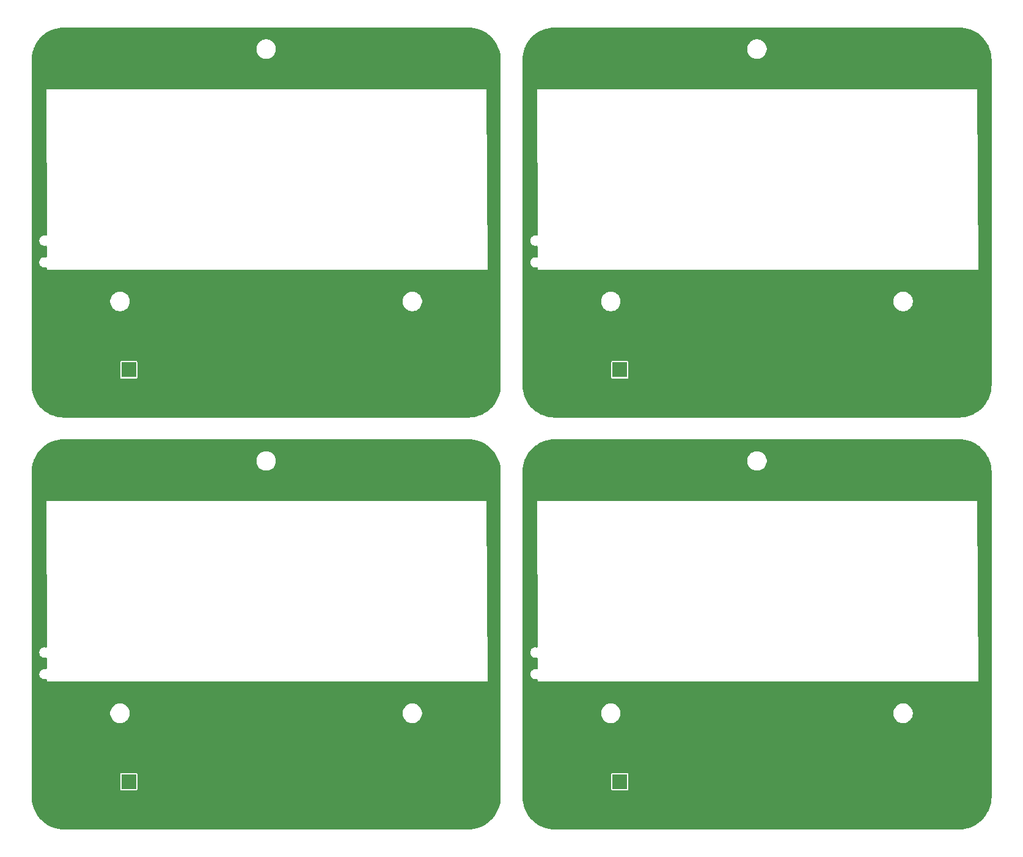
<source format=gbl>
G04 #@! TF.GenerationSoftware,KiCad,Pcbnew,8.0.3-8.0.3-0~ubuntu24.04.1*
G04 #@! TF.CreationDate,2024-07-21T14:04:27+02:00*
G04 #@! TF.ProjectId,panel,70616e65-6c2e-46b6-9963-61645f706362,rev?*
G04 #@! TF.SameCoordinates,Original*
G04 #@! TF.FileFunction,Copper,L2,Bot*
G04 #@! TF.FilePolarity,Positive*
%FSLAX46Y46*%
G04 Gerber Fmt 4.6, Leading zero omitted, Abs format (unit mm)*
G04 Created by KiCad (PCBNEW 8.0.3-8.0.3-0~ubuntu24.04.1) date 2024-07-21 14:04:27*
%MOMM*%
%LPD*%
G01*
G04 APERTURE LIST*
G04 #@! TA.AperFunction,ComponentPad*
%ADD10R,2.000000X2.000000*%
G04 #@! TD*
G04 #@! TA.AperFunction,ComponentPad*
%ADD11C,2.000000*%
G04 #@! TD*
G04 APERTURE END LIST*
D10*
G04 #@! TO.P,BT1,1,+*
G04 #@! TO.N,Board_3-Net-(BT1-+)*
X81987500Y-104886433D03*
D11*
G04 #@! TO.P,BT1,2,-*
G04 #@! TO.N,Board_3-Net-(BT1--)*
X126687500Y-104886433D03*
G04 #@! TD*
D10*
G04 #@! TO.P,BT1,1,+*
G04 #@! TO.N,Board_0-Net-(BT1-+)*
X13987500Y-47886433D03*
D11*
G04 #@! TO.P,BT1,2,-*
G04 #@! TO.N,Board_0-Net-(BT1--)*
X58687500Y-47886433D03*
G04 #@! TD*
D10*
G04 #@! TO.P,BT1,1,+*
G04 #@! TO.N,Board_2-Net-(BT1-+)*
X13987500Y-104886433D03*
D11*
G04 #@! TO.P,BT1,2,-*
G04 #@! TO.N,Board_2-Net-(BT1--)*
X58687500Y-104886433D03*
G04 #@! TD*
D10*
G04 #@! TO.P,BT1,1,+*
G04 #@! TO.N,Board_1-Net-(BT1-+)*
X81987500Y-47886433D03*
D11*
G04 #@! TO.P,BT1,2,-*
G04 #@! TO.N,Board_1-Net-(BT1--)*
X126687500Y-47886433D03*
G04 #@! TD*
G04 #@! TA.AperFunction,Conductor*
G04 #@! TO.N,Board_1-Net-(BT1--)*
G36*
X129002702Y-500617D02*
G01*
X129386771Y-517386D01*
X129397506Y-518326D01*
X129775971Y-568152D01*
X129786597Y-570025D01*
X130159284Y-652648D01*
X130169710Y-655442D01*
X130533765Y-770227D01*
X130543911Y-773920D01*
X130896578Y-920000D01*
X130906369Y-924566D01*
X131244942Y-1100816D01*
X131254310Y-1106224D01*
X131576244Y-1311318D01*
X131585105Y-1317523D01*
X131887930Y-1549889D01*
X131896217Y-1556843D01*
X132177635Y-1814715D01*
X132185284Y-1822364D01*
X132443156Y-2103782D01*
X132450110Y-2112069D01*
X132682476Y-2414894D01*
X132688681Y-2423755D01*
X132893775Y-2745689D01*
X132899183Y-2755057D01*
X133075430Y-3093623D01*
X133080002Y-3103427D01*
X133226075Y-3456078D01*
X133229775Y-3466244D01*
X133344554Y-3830278D01*
X133347354Y-3840727D01*
X133429971Y-4213389D01*
X133431849Y-4224042D01*
X133481671Y-4602473D01*
X133482614Y-4613249D01*
X133499382Y-4997297D01*
X133499500Y-5002706D01*
X133499500Y-49997293D01*
X133499382Y-50002702D01*
X133482614Y-50386750D01*
X133481671Y-50397526D01*
X133431849Y-50775957D01*
X133429971Y-50786610D01*
X133347354Y-51159272D01*
X133344554Y-51169721D01*
X133229775Y-51533755D01*
X133226075Y-51543921D01*
X133080002Y-51896572D01*
X133075430Y-51906376D01*
X132899183Y-52244942D01*
X132893775Y-52254310D01*
X132688681Y-52576244D01*
X132682476Y-52585105D01*
X132450110Y-52887930D01*
X132443156Y-52896217D01*
X132185284Y-53177635D01*
X132177635Y-53185284D01*
X131896217Y-53443156D01*
X131887930Y-53450110D01*
X131585105Y-53682476D01*
X131576244Y-53688681D01*
X131254310Y-53893775D01*
X131244942Y-53899183D01*
X130906376Y-54075430D01*
X130896572Y-54080002D01*
X130543921Y-54226075D01*
X130533755Y-54229775D01*
X130169721Y-54344554D01*
X130159272Y-54347354D01*
X129786610Y-54429971D01*
X129775957Y-54431849D01*
X129397526Y-54481671D01*
X129386750Y-54482614D01*
X129002703Y-54499382D01*
X128997294Y-54499500D01*
X73002706Y-54499500D01*
X72997297Y-54499382D01*
X72613249Y-54482614D01*
X72602473Y-54481671D01*
X72224042Y-54431849D01*
X72213389Y-54429971D01*
X71840727Y-54347354D01*
X71830278Y-54344554D01*
X71466244Y-54229775D01*
X71456078Y-54226075D01*
X71103427Y-54080002D01*
X71093623Y-54075430D01*
X70755057Y-53899183D01*
X70745689Y-53893775D01*
X70423755Y-53688681D01*
X70414894Y-53682476D01*
X70112069Y-53450110D01*
X70103782Y-53443156D01*
X69822364Y-53185284D01*
X69814715Y-53177635D01*
X69556843Y-52896217D01*
X69549889Y-52887930D01*
X69317523Y-52585105D01*
X69311318Y-52576244D01*
X69106224Y-52254310D01*
X69100816Y-52244942D01*
X68924569Y-51906376D01*
X68919997Y-51896572D01*
X68773924Y-51543921D01*
X68770224Y-51533755D01*
X68655442Y-51169710D01*
X68652648Y-51159284D01*
X68570025Y-50786597D01*
X68568152Y-50775971D01*
X68518326Y-50397506D01*
X68517386Y-50386771D01*
X68500618Y-50002702D01*
X68500500Y-49997293D01*
X68500500Y-46866680D01*
X80787000Y-46866680D01*
X80787000Y-48906185D01*
X80798631Y-48964662D01*
X80798632Y-48964663D01*
X80842947Y-49030985D01*
X80909269Y-49075300D01*
X80909270Y-49075301D01*
X80967747Y-49086932D01*
X80967750Y-49086933D01*
X80967752Y-49086933D01*
X83007250Y-49086933D01*
X83007251Y-49086932D01*
X83022068Y-49083985D01*
X83065729Y-49075301D01*
X83065729Y-49075300D01*
X83065731Y-49075300D01*
X83132052Y-49030985D01*
X83176367Y-48964664D01*
X83176367Y-48964662D01*
X83176368Y-48964662D01*
X83187999Y-48906185D01*
X83188000Y-48906183D01*
X83188000Y-46866682D01*
X83187999Y-46866680D01*
X83176368Y-46808203D01*
X83176367Y-46808202D01*
X83132052Y-46741880D01*
X83065730Y-46697565D01*
X83065729Y-46697564D01*
X83007252Y-46685933D01*
X83007248Y-46685933D01*
X80967752Y-46685933D01*
X80967747Y-46685933D01*
X80909270Y-46697564D01*
X80909269Y-46697565D01*
X80842947Y-46741880D01*
X80798632Y-46808202D01*
X80798631Y-46808203D01*
X80787000Y-46866680D01*
X68500500Y-46866680D01*
X68500500Y-38318713D01*
X79399500Y-38318713D01*
X79399500Y-38531286D01*
X79432753Y-38741239D01*
X79498444Y-38943414D01*
X79594951Y-39132820D01*
X79719890Y-39304786D01*
X79870213Y-39455109D01*
X80042179Y-39580048D01*
X80042181Y-39580049D01*
X80042184Y-39580051D01*
X80231588Y-39676557D01*
X80433757Y-39742246D01*
X80643713Y-39775500D01*
X80643714Y-39775500D01*
X80856286Y-39775500D01*
X80856287Y-39775500D01*
X81066243Y-39742246D01*
X81268412Y-39676557D01*
X81457816Y-39580051D01*
X81479789Y-39564086D01*
X81629786Y-39455109D01*
X81629788Y-39455106D01*
X81629792Y-39455104D01*
X81780104Y-39304792D01*
X81780106Y-39304788D01*
X81780109Y-39304786D01*
X81905048Y-39132820D01*
X81905047Y-39132820D01*
X81905051Y-39132816D01*
X82001557Y-38943412D01*
X82067246Y-38741243D01*
X82100500Y-38531287D01*
X82100500Y-38318713D01*
X119899500Y-38318713D01*
X119899500Y-38531286D01*
X119932753Y-38741239D01*
X119998444Y-38943414D01*
X120094951Y-39132820D01*
X120219890Y-39304786D01*
X120370213Y-39455109D01*
X120542179Y-39580048D01*
X120542181Y-39580049D01*
X120542184Y-39580051D01*
X120731588Y-39676557D01*
X120933757Y-39742246D01*
X121143713Y-39775500D01*
X121143714Y-39775500D01*
X121356286Y-39775500D01*
X121356287Y-39775500D01*
X121566243Y-39742246D01*
X121768412Y-39676557D01*
X121957816Y-39580051D01*
X121979789Y-39564086D01*
X122129786Y-39455109D01*
X122129788Y-39455106D01*
X122129792Y-39455104D01*
X122280104Y-39304792D01*
X122280106Y-39304788D01*
X122280109Y-39304786D01*
X122405048Y-39132820D01*
X122405047Y-39132820D01*
X122405051Y-39132816D01*
X122501557Y-38943412D01*
X122567246Y-38741243D01*
X122600500Y-38531287D01*
X122600500Y-38318713D01*
X122567246Y-38108757D01*
X122501557Y-37906588D01*
X122405051Y-37717184D01*
X122405049Y-37717181D01*
X122405048Y-37717179D01*
X122280109Y-37545213D01*
X122129786Y-37394890D01*
X121957820Y-37269951D01*
X121768414Y-37173444D01*
X121768413Y-37173443D01*
X121768412Y-37173443D01*
X121566243Y-37107754D01*
X121566241Y-37107753D01*
X121566240Y-37107753D01*
X121404957Y-37082208D01*
X121356287Y-37074500D01*
X121143713Y-37074500D01*
X121095042Y-37082208D01*
X120933760Y-37107753D01*
X120731585Y-37173444D01*
X120542179Y-37269951D01*
X120370213Y-37394890D01*
X120219890Y-37545213D01*
X120094951Y-37717179D01*
X119998444Y-37906585D01*
X119932753Y-38108760D01*
X119899500Y-38318713D01*
X82100500Y-38318713D01*
X82067246Y-38108757D01*
X82001557Y-37906588D01*
X81905051Y-37717184D01*
X81905049Y-37717181D01*
X81905048Y-37717179D01*
X81780109Y-37545213D01*
X81629786Y-37394890D01*
X81457820Y-37269951D01*
X81268414Y-37173444D01*
X81268413Y-37173443D01*
X81268412Y-37173443D01*
X81066243Y-37107754D01*
X81066241Y-37107753D01*
X81066240Y-37107753D01*
X80904957Y-37082208D01*
X80856287Y-37074500D01*
X80643713Y-37074500D01*
X80595042Y-37082208D01*
X80433760Y-37107753D01*
X80231585Y-37173444D01*
X80042179Y-37269951D01*
X79870213Y-37394890D01*
X79719890Y-37545213D01*
X79594951Y-37717179D01*
X79498444Y-37906585D01*
X79432753Y-38108760D01*
X79399500Y-38318713D01*
X68500500Y-38318713D01*
X68500500Y-30080428D01*
X69581999Y-30080428D01*
X69608918Y-30215755D01*
X69608921Y-30215765D01*
X69661721Y-30343237D01*
X69661728Y-30343250D01*
X69738385Y-30457974D01*
X69738388Y-30457978D01*
X69835954Y-30555544D01*
X69835958Y-30555547D01*
X69950682Y-30632204D01*
X69950695Y-30632211D01*
X70078167Y-30685011D01*
X70078172Y-30685013D01*
X70078176Y-30685013D01*
X70078177Y-30685014D01*
X70213504Y-30711933D01*
X70213507Y-30711933D01*
X70351495Y-30711933D01*
X70463838Y-30689586D01*
X70533430Y-30695813D01*
X70588607Y-30738676D01*
X70611852Y-30804565D01*
X70612029Y-30810706D01*
X70617641Y-32212281D01*
X70598225Y-32279399D01*
X70545605Y-32325365D01*
X70476487Y-32335586D01*
X70469451Y-32334395D01*
X70351497Y-32310933D01*
X70351493Y-32310933D01*
X70213507Y-32310933D01*
X70213505Y-32310933D01*
X70078177Y-32337851D01*
X70078167Y-32337854D01*
X69950695Y-32390654D01*
X69950682Y-32390661D01*
X69835958Y-32467318D01*
X69835954Y-32467321D01*
X69738388Y-32564887D01*
X69738385Y-32564891D01*
X69661728Y-32679615D01*
X69661721Y-32679628D01*
X69608921Y-32807100D01*
X69608918Y-32807110D01*
X69582000Y-32942437D01*
X69582000Y-32942440D01*
X69582000Y-33080426D01*
X69582000Y-33080428D01*
X69581999Y-33080428D01*
X69608918Y-33215755D01*
X69608921Y-33215765D01*
X69661721Y-33343237D01*
X69661728Y-33343250D01*
X69738385Y-33457974D01*
X69738388Y-33457978D01*
X69835954Y-33555544D01*
X69835958Y-33555547D01*
X69950682Y-33632204D01*
X69950695Y-33632211D01*
X70078167Y-33685011D01*
X70078172Y-33685013D01*
X70078176Y-33685013D01*
X70078177Y-33685014D01*
X70213504Y-33711933D01*
X70213507Y-33711933D01*
X70351494Y-33711933D01*
X70388693Y-33704533D01*
X70475842Y-33687198D01*
X70545432Y-33693425D01*
X70600610Y-33736287D01*
X70623855Y-33802177D01*
X70624032Y-33808318D01*
X70624999Y-34049998D01*
X70625000Y-34050000D01*
X70625001Y-34050000D01*
X131650000Y-34050000D01*
X131525000Y-9075000D01*
X70525000Y-9075000D01*
X70605619Y-29209891D01*
X70586203Y-29277008D01*
X70533583Y-29322974D01*
X70464465Y-29333195D01*
X70457429Y-29332004D01*
X70351497Y-29310933D01*
X70351493Y-29310933D01*
X70213507Y-29310933D01*
X70213505Y-29310933D01*
X70078177Y-29337851D01*
X70078167Y-29337854D01*
X69950695Y-29390654D01*
X69950682Y-29390661D01*
X69835958Y-29467318D01*
X69835954Y-29467321D01*
X69738388Y-29564887D01*
X69738385Y-29564891D01*
X69661728Y-29679615D01*
X69661721Y-29679628D01*
X69608921Y-29807100D01*
X69608918Y-29807110D01*
X69582000Y-29942437D01*
X69582000Y-29942440D01*
X69582000Y-30080426D01*
X69582000Y-30080428D01*
X69581999Y-30080428D01*
X68500500Y-30080428D01*
X68500500Y-5002706D01*
X68500618Y-4997297D01*
X68508479Y-4817246D01*
X68517386Y-4613226D01*
X68518326Y-4602495D01*
X68568152Y-4224025D01*
X68570025Y-4213405D01*
X68652649Y-3840709D01*
X68655440Y-3830295D01*
X68770230Y-3466227D01*
X68773917Y-3456095D01*
X68799756Y-3393713D01*
X99649500Y-3393713D01*
X99649500Y-3606287D01*
X99682754Y-3816243D01*
X99700301Y-3870248D01*
X99748444Y-4018414D01*
X99844951Y-4207820D01*
X99969890Y-4379786D01*
X100120213Y-4530109D01*
X100292179Y-4655048D01*
X100292181Y-4655049D01*
X100292184Y-4655051D01*
X100481588Y-4751557D01*
X100683757Y-4817246D01*
X100893713Y-4850500D01*
X100893714Y-4850500D01*
X101106286Y-4850500D01*
X101106287Y-4850500D01*
X101316243Y-4817246D01*
X101518412Y-4751557D01*
X101707816Y-4655051D01*
X101780184Y-4602473D01*
X101879786Y-4530109D01*
X101879788Y-4530106D01*
X101879792Y-4530104D01*
X102030104Y-4379792D01*
X102030106Y-4379788D01*
X102030109Y-4379786D01*
X102155048Y-4207820D01*
X102155047Y-4207820D01*
X102155051Y-4207816D01*
X102251557Y-4018412D01*
X102317246Y-3816243D01*
X102350500Y-3606287D01*
X102350500Y-3393713D01*
X102317246Y-3183757D01*
X102251557Y-2981588D01*
X102155051Y-2792184D01*
X102155049Y-2792181D01*
X102155048Y-2792179D01*
X102030109Y-2620213D01*
X101879786Y-2469890D01*
X101707820Y-2344951D01*
X101518414Y-2248444D01*
X101518413Y-2248443D01*
X101518412Y-2248443D01*
X101316243Y-2182754D01*
X101316241Y-2182753D01*
X101316240Y-2182753D01*
X101154957Y-2157208D01*
X101106287Y-2149500D01*
X100893713Y-2149500D01*
X100845042Y-2157208D01*
X100683760Y-2182753D01*
X100481585Y-2248444D01*
X100292179Y-2344951D01*
X100120213Y-2469890D01*
X99969890Y-2620213D01*
X99844951Y-2792179D01*
X99748444Y-2981585D01*
X99682753Y-3183760D01*
X99649500Y-3393713D01*
X68799756Y-3393713D01*
X68920003Y-3103412D01*
X68924561Y-3093638D01*
X69100822Y-2755045D01*
X69106217Y-2745700D01*
X69311325Y-2423744D01*
X69317515Y-2414905D01*
X69549896Y-2112060D01*
X69556834Y-2103791D01*
X69814726Y-1822352D01*
X69822352Y-1814726D01*
X70103791Y-1556834D01*
X70112060Y-1549896D01*
X70414905Y-1317515D01*
X70423744Y-1311325D01*
X70745700Y-1106217D01*
X70755045Y-1100822D01*
X71093638Y-924561D01*
X71103412Y-920003D01*
X71456095Y-773917D01*
X71466227Y-770230D01*
X71830295Y-655440D01*
X71840709Y-652649D01*
X72213405Y-570025D01*
X72224025Y-568152D01*
X72602495Y-518326D01*
X72613226Y-517386D01*
X72997297Y-500617D01*
X73002706Y-500500D01*
X73065892Y-500500D01*
X128934108Y-500500D01*
X128997294Y-500500D01*
X129002702Y-500617D01*
G37*
G04 #@! TD.AperFunction*
G04 #@! TD*
G04 #@! TA.AperFunction,Conductor*
G04 #@! TO.N,Board_3-Net-(BT1--)*
G36*
X129002702Y-57500617D02*
G01*
X129386771Y-57517386D01*
X129397506Y-57518326D01*
X129775971Y-57568152D01*
X129786597Y-57570025D01*
X130159284Y-57652648D01*
X130169710Y-57655442D01*
X130533765Y-57770227D01*
X130543911Y-57773920D01*
X130896578Y-57920000D01*
X130906369Y-57924566D01*
X131244942Y-58100816D01*
X131254310Y-58106224D01*
X131576244Y-58311318D01*
X131585105Y-58317523D01*
X131887930Y-58549889D01*
X131896217Y-58556843D01*
X132177635Y-58814715D01*
X132185284Y-58822364D01*
X132443156Y-59103782D01*
X132450110Y-59112069D01*
X132682476Y-59414894D01*
X132688681Y-59423755D01*
X132893775Y-59745689D01*
X132899183Y-59755057D01*
X133075430Y-60093623D01*
X133080002Y-60103427D01*
X133226075Y-60456078D01*
X133229775Y-60466244D01*
X133344554Y-60830278D01*
X133347354Y-60840727D01*
X133429971Y-61213389D01*
X133431849Y-61224042D01*
X133481671Y-61602473D01*
X133482614Y-61613249D01*
X133499382Y-61997297D01*
X133499500Y-62002706D01*
X133499500Y-106997293D01*
X133499382Y-107002702D01*
X133482614Y-107386750D01*
X133481671Y-107397526D01*
X133431849Y-107775957D01*
X133429971Y-107786610D01*
X133347354Y-108159272D01*
X133344554Y-108169721D01*
X133229775Y-108533755D01*
X133226075Y-108543921D01*
X133080002Y-108896572D01*
X133075430Y-108906376D01*
X132899183Y-109244942D01*
X132893775Y-109254310D01*
X132688681Y-109576244D01*
X132682476Y-109585105D01*
X132450110Y-109887930D01*
X132443156Y-109896217D01*
X132185284Y-110177635D01*
X132177635Y-110185284D01*
X131896217Y-110443156D01*
X131887930Y-110450110D01*
X131585105Y-110682476D01*
X131576244Y-110688681D01*
X131254310Y-110893775D01*
X131244942Y-110899183D01*
X130906376Y-111075430D01*
X130896572Y-111080002D01*
X130543921Y-111226075D01*
X130533755Y-111229775D01*
X130169721Y-111344554D01*
X130159272Y-111347354D01*
X129786610Y-111429971D01*
X129775957Y-111431849D01*
X129397526Y-111481671D01*
X129386750Y-111482614D01*
X129002703Y-111499382D01*
X128997294Y-111499500D01*
X73002706Y-111499500D01*
X72997297Y-111499382D01*
X72613249Y-111482614D01*
X72602473Y-111481671D01*
X72224042Y-111431849D01*
X72213389Y-111429971D01*
X71840727Y-111347354D01*
X71830278Y-111344554D01*
X71466244Y-111229775D01*
X71456078Y-111226075D01*
X71103427Y-111080002D01*
X71093623Y-111075430D01*
X70755057Y-110899183D01*
X70745689Y-110893775D01*
X70423755Y-110688681D01*
X70414894Y-110682476D01*
X70112069Y-110450110D01*
X70103782Y-110443156D01*
X69822364Y-110185284D01*
X69814715Y-110177635D01*
X69556843Y-109896217D01*
X69549889Y-109887930D01*
X69317523Y-109585105D01*
X69311318Y-109576244D01*
X69106224Y-109254310D01*
X69100816Y-109244942D01*
X68924569Y-108906376D01*
X68919997Y-108896572D01*
X68773924Y-108543921D01*
X68770224Y-108533755D01*
X68655442Y-108169710D01*
X68652648Y-108159284D01*
X68570025Y-107786597D01*
X68568152Y-107775971D01*
X68518326Y-107397506D01*
X68517386Y-107386771D01*
X68500618Y-107002702D01*
X68500500Y-106997293D01*
X68500500Y-103866680D01*
X80787000Y-103866680D01*
X80787000Y-105906185D01*
X80798631Y-105964662D01*
X80798632Y-105964663D01*
X80842947Y-106030985D01*
X80909269Y-106075300D01*
X80909270Y-106075301D01*
X80967747Y-106086932D01*
X80967750Y-106086933D01*
X80967752Y-106086933D01*
X83007250Y-106086933D01*
X83007251Y-106086932D01*
X83022068Y-106083985D01*
X83065729Y-106075301D01*
X83065729Y-106075300D01*
X83065731Y-106075300D01*
X83132052Y-106030985D01*
X83176367Y-105964664D01*
X83176367Y-105964662D01*
X83176368Y-105964662D01*
X83187999Y-105906185D01*
X83188000Y-105906183D01*
X83188000Y-103866682D01*
X83187999Y-103866680D01*
X83176368Y-103808203D01*
X83176367Y-103808202D01*
X83132052Y-103741880D01*
X83065730Y-103697565D01*
X83065729Y-103697564D01*
X83007252Y-103685933D01*
X83007248Y-103685933D01*
X80967752Y-103685933D01*
X80967747Y-103685933D01*
X80909270Y-103697564D01*
X80909269Y-103697565D01*
X80842947Y-103741880D01*
X80798632Y-103808202D01*
X80798631Y-103808203D01*
X80787000Y-103866680D01*
X68500500Y-103866680D01*
X68500500Y-95318713D01*
X79399500Y-95318713D01*
X79399500Y-95531286D01*
X79432753Y-95741239D01*
X79498444Y-95943414D01*
X79594951Y-96132820D01*
X79719890Y-96304786D01*
X79870213Y-96455109D01*
X80042179Y-96580048D01*
X80042181Y-96580049D01*
X80042184Y-96580051D01*
X80231588Y-96676557D01*
X80433757Y-96742246D01*
X80643713Y-96775500D01*
X80643714Y-96775500D01*
X80856286Y-96775500D01*
X80856287Y-96775500D01*
X81066243Y-96742246D01*
X81268412Y-96676557D01*
X81457816Y-96580051D01*
X81479789Y-96564086D01*
X81629786Y-96455109D01*
X81629788Y-96455106D01*
X81629792Y-96455104D01*
X81780104Y-96304792D01*
X81780106Y-96304788D01*
X81780109Y-96304786D01*
X81905048Y-96132820D01*
X81905047Y-96132820D01*
X81905051Y-96132816D01*
X82001557Y-95943412D01*
X82067246Y-95741243D01*
X82100500Y-95531287D01*
X82100500Y-95318713D01*
X119899500Y-95318713D01*
X119899500Y-95531286D01*
X119932753Y-95741239D01*
X119998444Y-95943414D01*
X120094951Y-96132820D01*
X120219890Y-96304786D01*
X120370213Y-96455109D01*
X120542179Y-96580048D01*
X120542181Y-96580049D01*
X120542184Y-96580051D01*
X120731588Y-96676557D01*
X120933757Y-96742246D01*
X121143713Y-96775500D01*
X121143714Y-96775500D01*
X121356286Y-96775500D01*
X121356287Y-96775500D01*
X121566243Y-96742246D01*
X121768412Y-96676557D01*
X121957816Y-96580051D01*
X121979789Y-96564086D01*
X122129786Y-96455109D01*
X122129788Y-96455106D01*
X122129792Y-96455104D01*
X122280104Y-96304792D01*
X122280106Y-96304788D01*
X122280109Y-96304786D01*
X122405048Y-96132820D01*
X122405047Y-96132820D01*
X122405051Y-96132816D01*
X122501557Y-95943412D01*
X122567246Y-95741243D01*
X122600500Y-95531287D01*
X122600500Y-95318713D01*
X122567246Y-95108757D01*
X122501557Y-94906588D01*
X122405051Y-94717184D01*
X122405049Y-94717181D01*
X122405048Y-94717179D01*
X122280109Y-94545213D01*
X122129786Y-94394890D01*
X121957820Y-94269951D01*
X121768414Y-94173444D01*
X121768413Y-94173443D01*
X121768412Y-94173443D01*
X121566243Y-94107754D01*
X121566241Y-94107753D01*
X121566240Y-94107753D01*
X121404957Y-94082208D01*
X121356287Y-94074500D01*
X121143713Y-94074500D01*
X121095042Y-94082208D01*
X120933760Y-94107753D01*
X120731585Y-94173444D01*
X120542179Y-94269951D01*
X120370213Y-94394890D01*
X120219890Y-94545213D01*
X120094951Y-94717179D01*
X119998444Y-94906585D01*
X119932753Y-95108760D01*
X119899500Y-95318713D01*
X82100500Y-95318713D01*
X82067246Y-95108757D01*
X82001557Y-94906588D01*
X81905051Y-94717184D01*
X81905049Y-94717181D01*
X81905048Y-94717179D01*
X81780109Y-94545213D01*
X81629786Y-94394890D01*
X81457820Y-94269951D01*
X81268414Y-94173444D01*
X81268413Y-94173443D01*
X81268412Y-94173443D01*
X81066243Y-94107754D01*
X81066241Y-94107753D01*
X81066240Y-94107753D01*
X80904957Y-94082208D01*
X80856287Y-94074500D01*
X80643713Y-94074500D01*
X80595042Y-94082208D01*
X80433760Y-94107753D01*
X80231585Y-94173444D01*
X80042179Y-94269951D01*
X79870213Y-94394890D01*
X79719890Y-94545213D01*
X79594951Y-94717179D01*
X79498444Y-94906585D01*
X79432753Y-95108760D01*
X79399500Y-95318713D01*
X68500500Y-95318713D01*
X68500500Y-87080428D01*
X69581999Y-87080428D01*
X69608918Y-87215755D01*
X69608921Y-87215765D01*
X69661721Y-87343237D01*
X69661728Y-87343250D01*
X69738385Y-87457974D01*
X69738388Y-87457978D01*
X69835954Y-87555544D01*
X69835958Y-87555547D01*
X69950682Y-87632204D01*
X69950695Y-87632211D01*
X70078167Y-87685011D01*
X70078172Y-87685013D01*
X70078176Y-87685013D01*
X70078177Y-87685014D01*
X70213504Y-87711933D01*
X70213507Y-87711933D01*
X70351495Y-87711933D01*
X70463838Y-87689586D01*
X70533430Y-87695813D01*
X70588607Y-87738676D01*
X70611852Y-87804565D01*
X70612029Y-87810706D01*
X70617641Y-89212281D01*
X70598225Y-89279399D01*
X70545605Y-89325365D01*
X70476487Y-89335586D01*
X70469451Y-89334395D01*
X70351497Y-89310933D01*
X70351493Y-89310933D01*
X70213507Y-89310933D01*
X70213505Y-89310933D01*
X70078177Y-89337851D01*
X70078167Y-89337854D01*
X69950695Y-89390654D01*
X69950682Y-89390661D01*
X69835958Y-89467318D01*
X69835954Y-89467321D01*
X69738388Y-89564887D01*
X69738385Y-89564891D01*
X69661728Y-89679615D01*
X69661721Y-89679628D01*
X69608921Y-89807100D01*
X69608918Y-89807110D01*
X69582000Y-89942437D01*
X69582000Y-89942440D01*
X69582000Y-90080426D01*
X69582000Y-90080428D01*
X69581999Y-90080428D01*
X69608918Y-90215755D01*
X69608921Y-90215765D01*
X69661721Y-90343237D01*
X69661728Y-90343250D01*
X69738385Y-90457974D01*
X69738388Y-90457978D01*
X69835954Y-90555544D01*
X69835958Y-90555547D01*
X69950682Y-90632204D01*
X69950695Y-90632211D01*
X70078167Y-90685011D01*
X70078172Y-90685013D01*
X70078176Y-90685013D01*
X70078177Y-90685014D01*
X70213504Y-90711933D01*
X70213507Y-90711933D01*
X70351494Y-90711933D01*
X70388693Y-90704533D01*
X70475842Y-90687198D01*
X70545432Y-90693425D01*
X70600610Y-90736287D01*
X70623855Y-90802177D01*
X70624032Y-90808318D01*
X70624999Y-91049998D01*
X70625000Y-91050000D01*
X70625001Y-91050000D01*
X131650000Y-91050000D01*
X131525000Y-66075000D01*
X70525000Y-66075000D01*
X70605619Y-86209891D01*
X70586203Y-86277008D01*
X70533583Y-86322974D01*
X70464465Y-86333195D01*
X70457429Y-86332004D01*
X70351497Y-86310933D01*
X70351493Y-86310933D01*
X70213507Y-86310933D01*
X70213505Y-86310933D01*
X70078177Y-86337851D01*
X70078167Y-86337854D01*
X69950695Y-86390654D01*
X69950682Y-86390661D01*
X69835958Y-86467318D01*
X69835954Y-86467321D01*
X69738388Y-86564887D01*
X69738385Y-86564891D01*
X69661728Y-86679615D01*
X69661721Y-86679628D01*
X69608921Y-86807100D01*
X69608918Y-86807110D01*
X69582000Y-86942437D01*
X69582000Y-86942440D01*
X69582000Y-87080426D01*
X69582000Y-87080428D01*
X69581999Y-87080428D01*
X68500500Y-87080428D01*
X68500500Y-62002706D01*
X68500618Y-61997297D01*
X68508479Y-61817246D01*
X68517386Y-61613226D01*
X68518326Y-61602495D01*
X68568152Y-61224025D01*
X68570025Y-61213405D01*
X68652649Y-60840709D01*
X68655440Y-60830295D01*
X68770230Y-60466227D01*
X68773917Y-60456095D01*
X68799756Y-60393713D01*
X99649500Y-60393713D01*
X99649500Y-60606287D01*
X99682754Y-60816243D01*
X99700301Y-60870248D01*
X99748444Y-61018414D01*
X99844951Y-61207820D01*
X99969890Y-61379786D01*
X100120213Y-61530109D01*
X100292179Y-61655048D01*
X100292181Y-61655049D01*
X100292184Y-61655051D01*
X100481588Y-61751557D01*
X100683757Y-61817246D01*
X100893713Y-61850500D01*
X100893714Y-61850500D01*
X101106286Y-61850500D01*
X101106287Y-61850500D01*
X101316243Y-61817246D01*
X101518412Y-61751557D01*
X101707816Y-61655051D01*
X101780184Y-61602473D01*
X101879786Y-61530109D01*
X101879788Y-61530106D01*
X101879792Y-61530104D01*
X102030104Y-61379792D01*
X102030106Y-61379788D01*
X102030109Y-61379786D01*
X102155048Y-61207820D01*
X102155047Y-61207820D01*
X102155051Y-61207816D01*
X102251557Y-61018412D01*
X102317246Y-60816243D01*
X102350500Y-60606287D01*
X102350500Y-60393713D01*
X102317246Y-60183757D01*
X102251557Y-59981588D01*
X102155051Y-59792184D01*
X102155049Y-59792181D01*
X102155048Y-59792179D01*
X102030109Y-59620213D01*
X101879786Y-59469890D01*
X101707820Y-59344951D01*
X101518414Y-59248444D01*
X101518413Y-59248443D01*
X101518412Y-59248443D01*
X101316243Y-59182754D01*
X101316241Y-59182753D01*
X101316240Y-59182753D01*
X101154957Y-59157208D01*
X101106287Y-59149500D01*
X100893713Y-59149500D01*
X100845042Y-59157208D01*
X100683760Y-59182753D01*
X100481585Y-59248444D01*
X100292179Y-59344951D01*
X100120213Y-59469890D01*
X99969890Y-59620213D01*
X99844951Y-59792179D01*
X99748444Y-59981585D01*
X99682753Y-60183760D01*
X99649500Y-60393713D01*
X68799756Y-60393713D01*
X68920003Y-60103412D01*
X68924561Y-60093638D01*
X69100822Y-59755045D01*
X69106217Y-59745700D01*
X69311325Y-59423744D01*
X69317515Y-59414905D01*
X69549896Y-59112060D01*
X69556834Y-59103791D01*
X69814726Y-58822352D01*
X69822352Y-58814726D01*
X70103791Y-58556834D01*
X70112060Y-58549896D01*
X70414905Y-58317515D01*
X70423744Y-58311325D01*
X70745700Y-58106217D01*
X70755045Y-58100822D01*
X71093638Y-57924561D01*
X71103412Y-57920003D01*
X71456095Y-57773917D01*
X71466227Y-57770230D01*
X71830295Y-57655440D01*
X71840709Y-57652649D01*
X72213405Y-57570025D01*
X72224025Y-57568152D01*
X72602495Y-57518326D01*
X72613226Y-57517386D01*
X72997297Y-57500617D01*
X73002706Y-57500500D01*
X73065892Y-57500500D01*
X128934108Y-57500500D01*
X128997294Y-57500500D01*
X129002702Y-57500617D01*
G37*
G04 #@! TD.AperFunction*
G04 #@! TD*
G04 #@! TA.AperFunction,Conductor*
G04 #@! TO.N,Board_2-Net-(BT1--)*
G36*
X61002702Y-57500617D02*
G01*
X61386771Y-57517386D01*
X61397506Y-57518326D01*
X61775971Y-57568152D01*
X61786597Y-57570025D01*
X62159284Y-57652648D01*
X62169710Y-57655442D01*
X62533765Y-57770227D01*
X62543911Y-57773920D01*
X62896578Y-57920000D01*
X62906369Y-57924566D01*
X63244942Y-58100816D01*
X63254310Y-58106224D01*
X63576244Y-58311318D01*
X63585105Y-58317523D01*
X63887930Y-58549889D01*
X63896217Y-58556843D01*
X64177635Y-58814715D01*
X64185284Y-58822364D01*
X64443156Y-59103782D01*
X64450110Y-59112069D01*
X64682476Y-59414894D01*
X64688681Y-59423755D01*
X64893775Y-59745689D01*
X64899183Y-59755057D01*
X65075430Y-60093623D01*
X65080002Y-60103427D01*
X65226075Y-60456078D01*
X65229775Y-60466244D01*
X65344554Y-60830278D01*
X65347354Y-60840727D01*
X65429971Y-61213389D01*
X65431849Y-61224042D01*
X65481671Y-61602473D01*
X65482614Y-61613249D01*
X65499382Y-61997297D01*
X65499500Y-62002706D01*
X65499500Y-106997293D01*
X65499382Y-107002702D01*
X65482614Y-107386750D01*
X65481671Y-107397526D01*
X65431849Y-107775957D01*
X65429971Y-107786610D01*
X65347354Y-108159272D01*
X65344554Y-108169721D01*
X65229775Y-108533755D01*
X65226075Y-108543921D01*
X65080002Y-108896572D01*
X65075430Y-108906376D01*
X64899183Y-109244942D01*
X64893775Y-109254310D01*
X64688681Y-109576244D01*
X64682476Y-109585105D01*
X64450110Y-109887930D01*
X64443156Y-109896217D01*
X64185284Y-110177635D01*
X64177635Y-110185284D01*
X63896217Y-110443156D01*
X63887930Y-110450110D01*
X63585105Y-110682476D01*
X63576244Y-110688681D01*
X63254310Y-110893775D01*
X63244942Y-110899183D01*
X62906376Y-111075430D01*
X62896572Y-111080002D01*
X62543921Y-111226075D01*
X62533755Y-111229775D01*
X62169721Y-111344554D01*
X62159272Y-111347354D01*
X61786610Y-111429971D01*
X61775957Y-111431849D01*
X61397526Y-111481671D01*
X61386750Y-111482614D01*
X61002703Y-111499382D01*
X60997294Y-111499500D01*
X5002706Y-111499500D01*
X4997297Y-111499382D01*
X4613249Y-111482614D01*
X4602473Y-111481671D01*
X4224042Y-111431849D01*
X4213389Y-111429971D01*
X3840727Y-111347354D01*
X3830278Y-111344554D01*
X3466244Y-111229775D01*
X3456078Y-111226075D01*
X3103427Y-111080002D01*
X3093623Y-111075430D01*
X2755057Y-110899183D01*
X2745689Y-110893775D01*
X2423755Y-110688681D01*
X2414894Y-110682476D01*
X2112069Y-110450110D01*
X2103782Y-110443156D01*
X1822364Y-110185284D01*
X1814715Y-110177635D01*
X1556843Y-109896217D01*
X1549889Y-109887930D01*
X1317523Y-109585105D01*
X1311318Y-109576244D01*
X1106224Y-109254310D01*
X1100816Y-109244942D01*
X924569Y-108906376D01*
X919997Y-108896572D01*
X773924Y-108543921D01*
X770224Y-108533755D01*
X655442Y-108169710D01*
X652648Y-108159284D01*
X570025Y-107786597D01*
X568152Y-107775971D01*
X518326Y-107397506D01*
X517386Y-107386771D01*
X500618Y-107002702D01*
X500500Y-106997293D01*
X500500Y-103866680D01*
X12787000Y-103866680D01*
X12787000Y-105906185D01*
X12798631Y-105964662D01*
X12798632Y-105964663D01*
X12842947Y-106030985D01*
X12909269Y-106075300D01*
X12909270Y-106075301D01*
X12967747Y-106086932D01*
X12967750Y-106086933D01*
X12967752Y-106086933D01*
X15007250Y-106086933D01*
X15007251Y-106086932D01*
X15022068Y-106083985D01*
X15065729Y-106075301D01*
X15065729Y-106075300D01*
X15065731Y-106075300D01*
X15132052Y-106030985D01*
X15176367Y-105964664D01*
X15176367Y-105964662D01*
X15176368Y-105964662D01*
X15187999Y-105906185D01*
X15188000Y-105906183D01*
X15188000Y-103866682D01*
X15187999Y-103866680D01*
X15176368Y-103808203D01*
X15176367Y-103808202D01*
X15132052Y-103741880D01*
X15065730Y-103697565D01*
X15065729Y-103697564D01*
X15007252Y-103685933D01*
X15007248Y-103685933D01*
X12967752Y-103685933D01*
X12967747Y-103685933D01*
X12909270Y-103697564D01*
X12909269Y-103697565D01*
X12842947Y-103741880D01*
X12798632Y-103808202D01*
X12798631Y-103808203D01*
X12787000Y-103866680D01*
X500500Y-103866680D01*
X500500Y-95318713D01*
X11399500Y-95318713D01*
X11399500Y-95531286D01*
X11432753Y-95741239D01*
X11498444Y-95943414D01*
X11594951Y-96132820D01*
X11719890Y-96304786D01*
X11870213Y-96455109D01*
X12042179Y-96580048D01*
X12042181Y-96580049D01*
X12042184Y-96580051D01*
X12231588Y-96676557D01*
X12433757Y-96742246D01*
X12643713Y-96775500D01*
X12643714Y-96775500D01*
X12856286Y-96775500D01*
X12856287Y-96775500D01*
X13066243Y-96742246D01*
X13268412Y-96676557D01*
X13457816Y-96580051D01*
X13479789Y-96564086D01*
X13629786Y-96455109D01*
X13629788Y-96455106D01*
X13629792Y-96455104D01*
X13780104Y-96304792D01*
X13780106Y-96304788D01*
X13780109Y-96304786D01*
X13905048Y-96132820D01*
X13905047Y-96132820D01*
X13905051Y-96132816D01*
X14001557Y-95943412D01*
X14067246Y-95741243D01*
X14100500Y-95531287D01*
X14100500Y-95318713D01*
X51899500Y-95318713D01*
X51899500Y-95531286D01*
X51932753Y-95741239D01*
X51998444Y-95943414D01*
X52094951Y-96132820D01*
X52219890Y-96304786D01*
X52370213Y-96455109D01*
X52542179Y-96580048D01*
X52542181Y-96580049D01*
X52542184Y-96580051D01*
X52731588Y-96676557D01*
X52933757Y-96742246D01*
X53143713Y-96775500D01*
X53143714Y-96775500D01*
X53356286Y-96775500D01*
X53356287Y-96775500D01*
X53566243Y-96742246D01*
X53768412Y-96676557D01*
X53957816Y-96580051D01*
X53979789Y-96564086D01*
X54129786Y-96455109D01*
X54129788Y-96455106D01*
X54129792Y-96455104D01*
X54280104Y-96304792D01*
X54280106Y-96304788D01*
X54280109Y-96304786D01*
X54405048Y-96132820D01*
X54405047Y-96132820D01*
X54405051Y-96132816D01*
X54501557Y-95943412D01*
X54567246Y-95741243D01*
X54600500Y-95531287D01*
X54600500Y-95318713D01*
X54567246Y-95108757D01*
X54501557Y-94906588D01*
X54405051Y-94717184D01*
X54405049Y-94717181D01*
X54405048Y-94717179D01*
X54280109Y-94545213D01*
X54129786Y-94394890D01*
X53957820Y-94269951D01*
X53768414Y-94173444D01*
X53768413Y-94173443D01*
X53768412Y-94173443D01*
X53566243Y-94107754D01*
X53566241Y-94107753D01*
X53566240Y-94107753D01*
X53404957Y-94082208D01*
X53356287Y-94074500D01*
X53143713Y-94074500D01*
X53095042Y-94082208D01*
X52933760Y-94107753D01*
X52731585Y-94173444D01*
X52542179Y-94269951D01*
X52370213Y-94394890D01*
X52219890Y-94545213D01*
X52094951Y-94717179D01*
X51998444Y-94906585D01*
X51932753Y-95108760D01*
X51899500Y-95318713D01*
X14100500Y-95318713D01*
X14067246Y-95108757D01*
X14001557Y-94906588D01*
X13905051Y-94717184D01*
X13905049Y-94717181D01*
X13905048Y-94717179D01*
X13780109Y-94545213D01*
X13629786Y-94394890D01*
X13457820Y-94269951D01*
X13268414Y-94173444D01*
X13268413Y-94173443D01*
X13268412Y-94173443D01*
X13066243Y-94107754D01*
X13066241Y-94107753D01*
X13066240Y-94107753D01*
X12904957Y-94082208D01*
X12856287Y-94074500D01*
X12643713Y-94074500D01*
X12595042Y-94082208D01*
X12433760Y-94107753D01*
X12231585Y-94173444D01*
X12042179Y-94269951D01*
X11870213Y-94394890D01*
X11719890Y-94545213D01*
X11594951Y-94717179D01*
X11498444Y-94906585D01*
X11432753Y-95108760D01*
X11399500Y-95318713D01*
X500500Y-95318713D01*
X500500Y-87080428D01*
X1581999Y-87080428D01*
X1608918Y-87215755D01*
X1608921Y-87215765D01*
X1661721Y-87343237D01*
X1661728Y-87343250D01*
X1738385Y-87457974D01*
X1738388Y-87457978D01*
X1835954Y-87555544D01*
X1835958Y-87555547D01*
X1950682Y-87632204D01*
X1950695Y-87632211D01*
X2078167Y-87685011D01*
X2078172Y-87685013D01*
X2078176Y-87685013D01*
X2078177Y-87685014D01*
X2213504Y-87711933D01*
X2213507Y-87711933D01*
X2351495Y-87711933D01*
X2463838Y-87689586D01*
X2533430Y-87695813D01*
X2588607Y-87738676D01*
X2611852Y-87804565D01*
X2612029Y-87810706D01*
X2617641Y-89212281D01*
X2598225Y-89279399D01*
X2545605Y-89325365D01*
X2476487Y-89335586D01*
X2469451Y-89334395D01*
X2351497Y-89310933D01*
X2351493Y-89310933D01*
X2213507Y-89310933D01*
X2213505Y-89310933D01*
X2078177Y-89337851D01*
X2078167Y-89337854D01*
X1950695Y-89390654D01*
X1950682Y-89390661D01*
X1835958Y-89467318D01*
X1835954Y-89467321D01*
X1738388Y-89564887D01*
X1738385Y-89564891D01*
X1661728Y-89679615D01*
X1661721Y-89679628D01*
X1608921Y-89807100D01*
X1608918Y-89807110D01*
X1582000Y-89942437D01*
X1582000Y-89942440D01*
X1582000Y-90080426D01*
X1582000Y-90080428D01*
X1581999Y-90080428D01*
X1608918Y-90215755D01*
X1608921Y-90215765D01*
X1661721Y-90343237D01*
X1661728Y-90343250D01*
X1738385Y-90457974D01*
X1738388Y-90457978D01*
X1835954Y-90555544D01*
X1835958Y-90555547D01*
X1950682Y-90632204D01*
X1950695Y-90632211D01*
X2078167Y-90685011D01*
X2078172Y-90685013D01*
X2078176Y-90685013D01*
X2078177Y-90685014D01*
X2213504Y-90711933D01*
X2213507Y-90711933D01*
X2351494Y-90711933D01*
X2388693Y-90704533D01*
X2475842Y-90687198D01*
X2545432Y-90693425D01*
X2600610Y-90736287D01*
X2623855Y-90802177D01*
X2624032Y-90808318D01*
X2624999Y-91049998D01*
X2625000Y-91050000D01*
X2625001Y-91050000D01*
X63650000Y-91050000D01*
X63525000Y-66075000D01*
X2525000Y-66075000D01*
X2605619Y-86209891D01*
X2586203Y-86277008D01*
X2533583Y-86322974D01*
X2464465Y-86333195D01*
X2457429Y-86332004D01*
X2351497Y-86310933D01*
X2351493Y-86310933D01*
X2213507Y-86310933D01*
X2213505Y-86310933D01*
X2078177Y-86337851D01*
X2078167Y-86337854D01*
X1950695Y-86390654D01*
X1950682Y-86390661D01*
X1835958Y-86467318D01*
X1835954Y-86467321D01*
X1738388Y-86564887D01*
X1738385Y-86564891D01*
X1661728Y-86679615D01*
X1661721Y-86679628D01*
X1608921Y-86807100D01*
X1608918Y-86807110D01*
X1582000Y-86942437D01*
X1582000Y-86942440D01*
X1582000Y-87080426D01*
X1582000Y-87080428D01*
X1581999Y-87080428D01*
X500500Y-87080428D01*
X500500Y-62002706D01*
X500618Y-61997297D01*
X508479Y-61817246D01*
X517386Y-61613226D01*
X518326Y-61602495D01*
X568152Y-61224025D01*
X570025Y-61213405D01*
X652649Y-60840709D01*
X655440Y-60830295D01*
X770230Y-60466227D01*
X773917Y-60456095D01*
X799756Y-60393713D01*
X31649500Y-60393713D01*
X31649500Y-60606287D01*
X31682754Y-60816243D01*
X31700301Y-60870248D01*
X31748444Y-61018414D01*
X31844951Y-61207820D01*
X31969890Y-61379786D01*
X32120213Y-61530109D01*
X32292179Y-61655048D01*
X32292181Y-61655049D01*
X32292184Y-61655051D01*
X32481588Y-61751557D01*
X32683757Y-61817246D01*
X32893713Y-61850500D01*
X32893714Y-61850500D01*
X33106286Y-61850500D01*
X33106287Y-61850500D01*
X33316243Y-61817246D01*
X33518412Y-61751557D01*
X33707816Y-61655051D01*
X33780184Y-61602473D01*
X33879786Y-61530109D01*
X33879788Y-61530106D01*
X33879792Y-61530104D01*
X34030104Y-61379792D01*
X34030106Y-61379788D01*
X34030109Y-61379786D01*
X34155048Y-61207820D01*
X34155047Y-61207820D01*
X34155051Y-61207816D01*
X34251557Y-61018412D01*
X34317246Y-60816243D01*
X34350500Y-60606287D01*
X34350500Y-60393713D01*
X34317246Y-60183757D01*
X34251557Y-59981588D01*
X34155051Y-59792184D01*
X34155049Y-59792181D01*
X34155048Y-59792179D01*
X34030109Y-59620213D01*
X33879786Y-59469890D01*
X33707820Y-59344951D01*
X33518414Y-59248444D01*
X33518413Y-59248443D01*
X33518412Y-59248443D01*
X33316243Y-59182754D01*
X33316241Y-59182753D01*
X33316240Y-59182753D01*
X33154957Y-59157208D01*
X33106287Y-59149500D01*
X32893713Y-59149500D01*
X32845042Y-59157208D01*
X32683760Y-59182753D01*
X32481585Y-59248444D01*
X32292179Y-59344951D01*
X32120213Y-59469890D01*
X31969890Y-59620213D01*
X31844951Y-59792179D01*
X31748444Y-59981585D01*
X31682753Y-60183760D01*
X31649500Y-60393713D01*
X799756Y-60393713D01*
X920003Y-60103412D01*
X924561Y-60093638D01*
X1100822Y-59755045D01*
X1106217Y-59745700D01*
X1311325Y-59423744D01*
X1317515Y-59414905D01*
X1549896Y-59112060D01*
X1556834Y-59103791D01*
X1814726Y-58822352D01*
X1822352Y-58814726D01*
X2103791Y-58556834D01*
X2112060Y-58549896D01*
X2414905Y-58317515D01*
X2423744Y-58311325D01*
X2745700Y-58106217D01*
X2755045Y-58100822D01*
X3093638Y-57924561D01*
X3103412Y-57920003D01*
X3456095Y-57773917D01*
X3466227Y-57770230D01*
X3830295Y-57655440D01*
X3840709Y-57652649D01*
X4213405Y-57570025D01*
X4224025Y-57568152D01*
X4602495Y-57518326D01*
X4613226Y-57517386D01*
X4997297Y-57500617D01*
X5002706Y-57500500D01*
X5065892Y-57500500D01*
X60934108Y-57500500D01*
X60997294Y-57500500D01*
X61002702Y-57500617D01*
G37*
G04 #@! TD.AperFunction*
G04 #@! TD*
G04 #@! TA.AperFunction,Conductor*
G04 #@! TO.N,Board_0-Net-(BT1--)*
G36*
X61002702Y-500617D02*
G01*
X61386771Y-517386D01*
X61397506Y-518326D01*
X61775971Y-568152D01*
X61786597Y-570025D01*
X62159284Y-652648D01*
X62169710Y-655442D01*
X62533765Y-770227D01*
X62543911Y-773920D01*
X62896578Y-920000D01*
X62906369Y-924566D01*
X63244942Y-1100816D01*
X63254310Y-1106224D01*
X63576244Y-1311318D01*
X63585105Y-1317523D01*
X63887930Y-1549889D01*
X63896217Y-1556843D01*
X64177635Y-1814715D01*
X64185284Y-1822364D01*
X64443156Y-2103782D01*
X64450110Y-2112069D01*
X64682476Y-2414894D01*
X64688681Y-2423755D01*
X64893775Y-2745689D01*
X64899183Y-2755057D01*
X65075430Y-3093623D01*
X65080002Y-3103427D01*
X65226075Y-3456078D01*
X65229775Y-3466244D01*
X65344554Y-3830278D01*
X65347354Y-3840727D01*
X65429971Y-4213389D01*
X65431849Y-4224042D01*
X65481671Y-4602473D01*
X65482614Y-4613249D01*
X65499382Y-4997297D01*
X65499500Y-5002706D01*
X65499500Y-49997293D01*
X65499382Y-50002702D01*
X65482614Y-50386750D01*
X65481671Y-50397526D01*
X65431849Y-50775957D01*
X65429971Y-50786610D01*
X65347354Y-51159272D01*
X65344554Y-51169721D01*
X65229775Y-51533755D01*
X65226075Y-51543921D01*
X65080002Y-51896572D01*
X65075430Y-51906376D01*
X64899183Y-52244942D01*
X64893775Y-52254310D01*
X64688681Y-52576244D01*
X64682476Y-52585105D01*
X64450110Y-52887930D01*
X64443156Y-52896217D01*
X64185284Y-53177635D01*
X64177635Y-53185284D01*
X63896217Y-53443156D01*
X63887930Y-53450110D01*
X63585105Y-53682476D01*
X63576244Y-53688681D01*
X63254310Y-53893775D01*
X63244942Y-53899183D01*
X62906376Y-54075430D01*
X62896572Y-54080002D01*
X62543921Y-54226075D01*
X62533755Y-54229775D01*
X62169721Y-54344554D01*
X62159272Y-54347354D01*
X61786610Y-54429971D01*
X61775957Y-54431849D01*
X61397526Y-54481671D01*
X61386750Y-54482614D01*
X61002703Y-54499382D01*
X60997294Y-54499500D01*
X5002706Y-54499500D01*
X4997297Y-54499382D01*
X4613249Y-54482614D01*
X4602473Y-54481671D01*
X4224042Y-54431849D01*
X4213389Y-54429971D01*
X3840727Y-54347354D01*
X3830278Y-54344554D01*
X3466244Y-54229775D01*
X3456078Y-54226075D01*
X3103427Y-54080002D01*
X3093623Y-54075430D01*
X2755057Y-53899183D01*
X2745689Y-53893775D01*
X2423755Y-53688681D01*
X2414894Y-53682476D01*
X2112069Y-53450110D01*
X2103782Y-53443156D01*
X1822364Y-53185284D01*
X1814715Y-53177635D01*
X1556843Y-52896217D01*
X1549889Y-52887930D01*
X1317523Y-52585105D01*
X1311318Y-52576244D01*
X1106224Y-52254310D01*
X1100816Y-52244942D01*
X924569Y-51906376D01*
X919997Y-51896572D01*
X773924Y-51543921D01*
X770224Y-51533755D01*
X655442Y-51169710D01*
X652648Y-51159284D01*
X570025Y-50786597D01*
X568152Y-50775971D01*
X518326Y-50397506D01*
X517386Y-50386771D01*
X500618Y-50002702D01*
X500500Y-49997293D01*
X500500Y-46866680D01*
X12787000Y-46866680D01*
X12787000Y-48906185D01*
X12798631Y-48964662D01*
X12798632Y-48964663D01*
X12842947Y-49030985D01*
X12909269Y-49075300D01*
X12909270Y-49075301D01*
X12967747Y-49086932D01*
X12967750Y-49086933D01*
X12967752Y-49086933D01*
X15007250Y-49086933D01*
X15007251Y-49086932D01*
X15022068Y-49083985D01*
X15065729Y-49075301D01*
X15065729Y-49075300D01*
X15065731Y-49075300D01*
X15132052Y-49030985D01*
X15176367Y-48964664D01*
X15176367Y-48964662D01*
X15176368Y-48964662D01*
X15187999Y-48906185D01*
X15188000Y-48906183D01*
X15188000Y-46866682D01*
X15187999Y-46866680D01*
X15176368Y-46808203D01*
X15176367Y-46808202D01*
X15132052Y-46741880D01*
X15065730Y-46697565D01*
X15065729Y-46697564D01*
X15007252Y-46685933D01*
X15007248Y-46685933D01*
X12967752Y-46685933D01*
X12967747Y-46685933D01*
X12909270Y-46697564D01*
X12909269Y-46697565D01*
X12842947Y-46741880D01*
X12798632Y-46808202D01*
X12798631Y-46808203D01*
X12787000Y-46866680D01*
X500500Y-46866680D01*
X500500Y-38318713D01*
X11399500Y-38318713D01*
X11399500Y-38531286D01*
X11432753Y-38741239D01*
X11498444Y-38943414D01*
X11594951Y-39132820D01*
X11719890Y-39304786D01*
X11870213Y-39455109D01*
X12042179Y-39580048D01*
X12042181Y-39580049D01*
X12042184Y-39580051D01*
X12231588Y-39676557D01*
X12433757Y-39742246D01*
X12643713Y-39775500D01*
X12643714Y-39775500D01*
X12856286Y-39775500D01*
X12856287Y-39775500D01*
X13066243Y-39742246D01*
X13268412Y-39676557D01*
X13457816Y-39580051D01*
X13479789Y-39564086D01*
X13629786Y-39455109D01*
X13629788Y-39455106D01*
X13629792Y-39455104D01*
X13780104Y-39304792D01*
X13780106Y-39304788D01*
X13780109Y-39304786D01*
X13905048Y-39132820D01*
X13905047Y-39132820D01*
X13905051Y-39132816D01*
X14001557Y-38943412D01*
X14067246Y-38741243D01*
X14100500Y-38531287D01*
X14100500Y-38318713D01*
X51899500Y-38318713D01*
X51899500Y-38531286D01*
X51932753Y-38741239D01*
X51998444Y-38943414D01*
X52094951Y-39132820D01*
X52219890Y-39304786D01*
X52370213Y-39455109D01*
X52542179Y-39580048D01*
X52542181Y-39580049D01*
X52542184Y-39580051D01*
X52731588Y-39676557D01*
X52933757Y-39742246D01*
X53143713Y-39775500D01*
X53143714Y-39775500D01*
X53356286Y-39775500D01*
X53356287Y-39775500D01*
X53566243Y-39742246D01*
X53768412Y-39676557D01*
X53957816Y-39580051D01*
X53979789Y-39564086D01*
X54129786Y-39455109D01*
X54129788Y-39455106D01*
X54129792Y-39455104D01*
X54280104Y-39304792D01*
X54280106Y-39304788D01*
X54280109Y-39304786D01*
X54405048Y-39132820D01*
X54405047Y-39132820D01*
X54405051Y-39132816D01*
X54501557Y-38943412D01*
X54567246Y-38741243D01*
X54600500Y-38531287D01*
X54600500Y-38318713D01*
X54567246Y-38108757D01*
X54501557Y-37906588D01*
X54405051Y-37717184D01*
X54405049Y-37717181D01*
X54405048Y-37717179D01*
X54280109Y-37545213D01*
X54129786Y-37394890D01*
X53957820Y-37269951D01*
X53768414Y-37173444D01*
X53768413Y-37173443D01*
X53768412Y-37173443D01*
X53566243Y-37107754D01*
X53566241Y-37107753D01*
X53566240Y-37107753D01*
X53404957Y-37082208D01*
X53356287Y-37074500D01*
X53143713Y-37074500D01*
X53095042Y-37082208D01*
X52933760Y-37107753D01*
X52731585Y-37173444D01*
X52542179Y-37269951D01*
X52370213Y-37394890D01*
X52219890Y-37545213D01*
X52094951Y-37717179D01*
X51998444Y-37906585D01*
X51932753Y-38108760D01*
X51899500Y-38318713D01*
X14100500Y-38318713D01*
X14067246Y-38108757D01*
X14001557Y-37906588D01*
X13905051Y-37717184D01*
X13905049Y-37717181D01*
X13905048Y-37717179D01*
X13780109Y-37545213D01*
X13629786Y-37394890D01*
X13457820Y-37269951D01*
X13268414Y-37173444D01*
X13268413Y-37173443D01*
X13268412Y-37173443D01*
X13066243Y-37107754D01*
X13066241Y-37107753D01*
X13066240Y-37107753D01*
X12904957Y-37082208D01*
X12856287Y-37074500D01*
X12643713Y-37074500D01*
X12595042Y-37082208D01*
X12433760Y-37107753D01*
X12231585Y-37173444D01*
X12042179Y-37269951D01*
X11870213Y-37394890D01*
X11719890Y-37545213D01*
X11594951Y-37717179D01*
X11498444Y-37906585D01*
X11432753Y-38108760D01*
X11399500Y-38318713D01*
X500500Y-38318713D01*
X500500Y-30080428D01*
X1581999Y-30080428D01*
X1608918Y-30215755D01*
X1608921Y-30215765D01*
X1661721Y-30343237D01*
X1661728Y-30343250D01*
X1738385Y-30457974D01*
X1738388Y-30457978D01*
X1835954Y-30555544D01*
X1835958Y-30555547D01*
X1950682Y-30632204D01*
X1950695Y-30632211D01*
X2078167Y-30685011D01*
X2078172Y-30685013D01*
X2078176Y-30685013D01*
X2078177Y-30685014D01*
X2213504Y-30711933D01*
X2213507Y-30711933D01*
X2351495Y-30711933D01*
X2463838Y-30689586D01*
X2533430Y-30695813D01*
X2588607Y-30738676D01*
X2611852Y-30804565D01*
X2612029Y-30810706D01*
X2617641Y-32212281D01*
X2598225Y-32279399D01*
X2545605Y-32325365D01*
X2476487Y-32335586D01*
X2469451Y-32334395D01*
X2351497Y-32310933D01*
X2351493Y-32310933D01*
X2213507Y-32310933D01*
X2213505Y-32310933D01*
X2078177Y-32337851D01*
X2078167Y-32337854D01*
X1950695Y-32390654D01*
X1950682Y-32390661D01*
X1835958Y-32467318D01*
X1835954Y-32467321D01*
X1738388Y-32564887D01*
X1738385Y-32564891D01*
X1661728Y-32679615D01*
X1661721Y-32679628D01*
X1608921Y-32807100D01*
X1608918Y-32807110D01*
X1582000Y-32942437D01*
X1582000Y-32942440D01*
X1582000Y-33080426D01*
X1582000Y-33080428D01*
X1581999Y-33080428D01*
X1608918Y-33215755D01*
X1608921Y-33215765D01*
X1661721Y-33343237D01*
X1661728Y-33343250D01*
X1738385Y-33457974D01*
X1738388Y-33457978D01*
X1835954Y-33555544D01*
X1835958Y-33555547D01*
X1950682Y-33632204D01*
X1950695Y-33632211D01*
X2078167Y-33685011D01*
X2078172Y-33685013D01*
X2078176Y-33685013D01*
X2078177Y-33685014D01*
X2213504Y-33711933D01*
X2213507Y-33711933D01*
X2351494Y-33711933D01*
X2388693Y-33704533D01*
X2475842Y-33687198D01*
X2545432Y-33693425D01*
X2600610Y-33736287D01*
X2623855Y-33802177D01*
X2624032Y-33808318D01*
X2624999Y-34049998D01*
X2625000Y-34050000D01*
X2625001Y-34050000D01*
X63650000Y-34050000D01*
X63525000Y-9075000D01*
X2525000Y-9075000D01*
X2605619Y-29209891D01*
X2586203Y-29277008D01*
X2533583Y-29322974D01*
X2464465Y-29333195D01*
X2457429Y-29332004D01*
X2351497Y-29310933D01*
X2351493Y-29310933D01*
X2213507Y-29310933D01*
X2213505Y-29310933D01*
X2078177Y-29337851D01*
X2078167Y-29337854D01*
X1950695Y-29390654D01*
X1950682Y-29390661D01*
X1835958Y-29467318D01*
X1835954Y-29467321D01*
X1738388Y-29564887D01*
X1738385Y-29564891D01*
X1661728Y-29679615D01*
X1661721Y-29679628D01*
X1608921Y-29807100D01*
X1608918Y-29807110D01*
X1582000Y-29942437D01*
X1582000Y-29942440D01*
X1582000Y-30080426D01*
X1582000Y-30080428D01*
X1581999Y-30080428D01*
X500500Y-30080428D01*
X500500Y-5002706D01*
X500618Y-4997297D01*
X508479Y-4817246D01*
X517386Y-4613226D01*
X518326Y-4602495D01*
X568152Y-4224025D01*
X570025Y-4213405D01*
X652649Y-3840709D01*
X655440Y-3830295D01*
X770230Y-3466227D01*
X773917Y-3456095D01*
X799756Y-3393713D01*
X31649500Y-3393713D01*
X31649500Y-3606287D01*
X31682754Y-3816243D01*
X31700301Y-3870248D01*
X31748444Y-4018414D01*
X31844951Y-4207820D01*
X31969890Y-4379786D01*
X32120213Y-4530109D01*
X32292179Y-4655048D01*
X32292181Y-4655049D01*
X32292184Y-4655051D01*
X32481588Y-4751557D01*
X32683757Y-4817246D01*
X32893713Y-4850500D01*
X32893714Y-4850500D01*
X33106286Y-4850500D01*
X33106287Y-4850500D01*
X33316243Y-4817246D01*
X33518412Y-4751557D01*
X33707816Y-4655051D01*
X33780184Y-4602473D01*
X33879786Y-4530109D01*
X33879788Y-4530106D01*
X33879792Y-4530104D01*
X34030104Y-4379792D01*
X34030106Y-4379788D01*
X34030109Y-4379786D01*
X34155048Y-4207820D01*
X34155047Y-4207820D01*
X34155051Y-4207816D01*
X34251557Y-4018412D01*
X34317246Y-3816243D01*
X34350500Y-3606287D01*
X34350500Y-3393713D01*
X34317246Y-3183757D01*
X34251557Y-2981588D01*
X34155051Y-2792184D01*
X34155049Y-2792181D01*
X34155048Y-2792179D01*
X34030109Y-2620213D01*
X33879786Y-2469890D01*
X33707820Y-2344951D01*
X33518414Y-2248444D01*
X33518413Y-2248443D01*
X33518412Y-2248443D01*
X33316243Y-2182754D01*
X33316241Y-2182753D01*
X33316240Y-2182753D01*
X33154957Y-2157208D01*
X33106287Y-2149500D01*
X32893713Y-2149500D01*
X32845042Y-2157208D01*
X32683760Y-2182753D01*
X32481585Y-2248444D01*
X32292179Y-2344951D01*
X32120213Y-2469890D01*
X31969890Y-2620213D01*
X31844951Y-2792179D01*
X31748444Y-2981585D01*
X31682753Y-3183760D01*
X31649500Y-3393713D01*
X799756Y-3393713D01*
X920003Y-3103412D01*
X924561Y-3093638D01*
X1100822Y-2755045D01*
X1106217Y-2745700D01*
X1311325Y-2423744D01*
X1317515Y-2414905D01*
X1549896Y-2112060D01*
X1556834Y-2103791D01*
X1814726Y-1822352D01*
X1822352Y-1814726D01*
X2103791Y-1556834D01*
X2112060Y-1549896D01*
X2414905Y-1317515D01*
X2423744Y-1311325D01*
X2745700Y-1106217D01*
X2755045Y-1100822D01*
X3093638Y-924561D01*
X3103412Y-920003D01*
X3456095Y-773917D01*
X3466227Y-770230D01*
X3830295Y-655440D01*
X3840709Y-652649D01*
X4213405Y-570025D01*
X4224025Y-568152D01*
X4602495Y-518326D01*
X4613226Y-517386D01*
X4997297Y-500617D01*
X5002706Y-500500D01*
X5065892Y-500500D01*
X60934108Y-500500D01*
X60997294Y-500500D01*
X61002702Y-500617D01*
G37*
G04 #@! TD.AperFunction*
G04 #@! TD*
M02*

</source>
